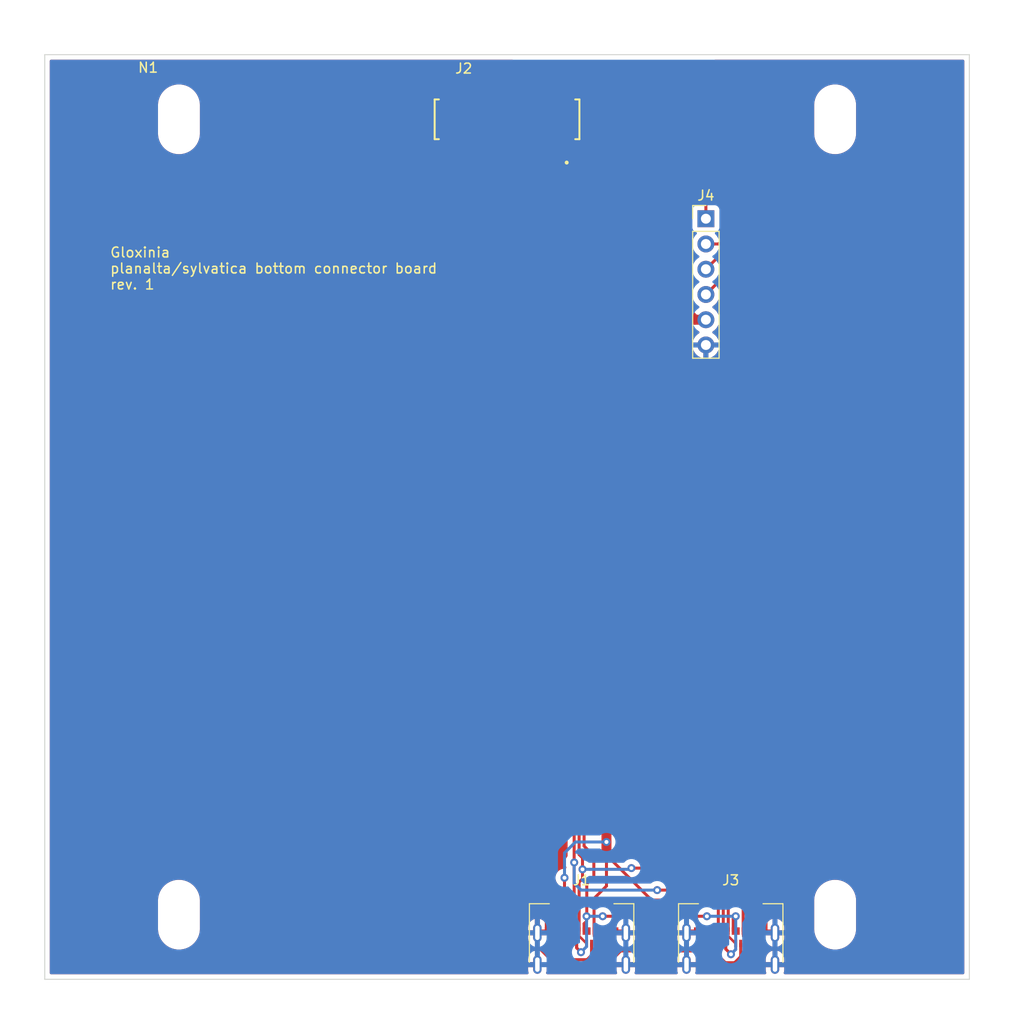
<source format=kicad_pcb>
(kicad_pcb (version 20211014) (generator pcbnew)
  (layers (0 "F.Cu" signal) (31 "B.Cu" signal) (34 "B.Paste" user) (35 "F.Paste" user) (36 "B.SilkS" user "B.Silkscreen") (37 "F.SilkS" user "F.Silkscreen") (38 "B.Mask" user) (39 "F.Mask" user) (44 "Edge.Cuts" user))
  (net 0 "")
  (net 1 "GND")
  (net 4 "VBUS")
  (net 5 "/CAN_C1")
  (net 6 "/CAN_H")
  (net 7 "/CAN_L")
  (net 13 "/CAN_C2")
  (net 17 "/~{RTS}")
  (net 18 "/~{CTS}")
  (net 19 "/TX")
  (net 20 "/RX")
  (net 21 "+3.3V")
  (footprint "custom_footprints:Enclosure-Gloxinia4" (layer "F.Cu") (at 85 85)
    (fp_text reference "N1" (at -36.1 -45.2) (layer "F.SilkS"))
    (fp_text value "Housing")
    (pad "" np_thru_hole oval (at -33 40) (size 3.2 6) (drill oval 3.2 6) (layers F&B.Cu *.Mask))
    (pad "" np_thru_hole oval (at 33 -40) (size 3.2 6) (drill oval 3.2 6) (layers F&B.Cu *.Mask))
    (pad "" np_thru_hole oval (at -33 -40) (size 3.2 6) (drill oval 3.2 6) (layers F&B.Cu *.Mask))
    (pad "" np_thru_hole oval (at 33 40) (size 3.2 6) (drill oval 3.2 6) (layers F&B.Cu *.Mask))
  )
  (footprint "samtec:SAMTEC_MMS-107-02-F-DV" (layer "F.Cu") (at 85 45)
    (fp_text reference "J2" (at -4.355 -5.111) (layer "F.SilkS"))
    (fp_text value "Conn_02x07_Odd_Even")
    (fp_line (start 7.28 -1.999) (end 6.86 -1.999) (layer "F.SilkS") (width 0.2))
    (fp_line (start -7.28 1.999) (end -6.86 1.999) (layer "F.SilkS") (width 0.2))
    (fp_line (start -6.86 -1.999) (end -7.28 -1.999) (layer "F.SilkS") (width 0.2))
    (fp_line (start -7.28 1.999) (end -7.28 -1.999) (layer "F.SilkS") (width 0.2))
    (fp_line (start 7.28 1.999) (end 7.28 -1.999) (layer "F.SilkS") (width 0.2))
    (fp_line (start 6.86 1.999) (end 7.28 1.999) (layer "F.SilkS") (width 0.2))
    (fp_circle (center 6 4.353) (end 6.1 4.353) (layer "F.SilkS") (width 0.2) (fill none))
    (pad "1" smd rect (at 6 2.654) (size 1.02 2.16) (layers "F.Cu" "F.Paste" "F.Mask") (net 4 "VBUS"))
    (pad "2" smd rect (at 6 -2.654) (size 1.02 2.16) (layers "F.Cu" "F.Paste" "F.Mask") (net 17 "/~{RTS}"))
    (pad "3" smd rect (at 4 2.654) (size 1.02 2.16) (layers "F.Cu" "F.Paste" "F.Mask") (net 6 "/CAN_H"))
    (pad "4" smd rect (at 4 -2.654) (size 1.02 2.16) (layers "F.Cu" "F.Paste" "F.Mask") (net 18 "/~{CTS}"))
    (pad "5" smd rect (at 2 2.654) (size 1.02 2.16) (layers "F.Cu" "F.Paste" "F.Mask") (net 7 "/CAN_L"))
    (pad "6" smd rect (at 2 -2.654) (size 1.02 2.16) (layers "F.Cu" "F.Paste" "F.Mask") (net 19 "/TX"))
    (pad "7" smd rect (at 0 2.654) (size 1.02 2.16) (layers "F.Cu" "F.Paste" "F.Mask") (net 5 "/CAN_C1"))
    (pad "8" smd rect (at 0 -2.654) (size 1.02 2.16) (layers "F.Cu" "F.Paste" "F.Mask") (net 20 "/RX"))
    (pad "9" smd rect (at -2 2.654) (size 1.02 2.16) (layers "F.Cu" "F.Paste" "F.Mask") (net 13 "/CAN_C2"))
    (pad "10" smd rect (at -2 -2.654) (size 1.02 2.16) (layers "F.Cu" "F.Paste" "F.Mask") (net 21 "+3.3V"))
    (pad "11" smd rect (at -4 2.654) (size 1.02 2.16) (layers "F.Cu" "F.Paste" "F.Mask") (net 1 "GND"))
    (pad "12" smd rect (at -4 -2.654) (size 1.02 2.16) (layers "F.Cu" "F.Paste" "F.Mask") (net 1 "GND"))
    (pad "13" smd rect (at -6 2.654) (size 1.02 2.16) (layers "F.Cu" "F.Paste" "F.Mask") (net 1 "GND"))
    (pad "14" smd rect (at -6 -2.654) (size 1.02 2.16) (layers "F.Cu" "F.Paste" "F.Mask") (net 1 "GND"))
  )
  (footprint "custom_footprints:USB_C_Receptacle_Amphenol_12401861XX12A" (layer "F.Cu") (at 92.5 127.9)
    (fp_text reference "J1" (at 0 -6.36) (layer "F.SilkS"))
    (fp_text value "USB_C_Receptacle")
    (fp_line (start -5.25 -4) (end -5.25 1.89) (layer "F.SilkS") (width 0.12))
    (fp_line (start 3.25 -4) (end 5.25 -4) (layer "F.SilkS") (width 0.12))
    (fp_line (start 5.25 -4) (end 5.25 1.89) (layer "F.SilkS") (width 0.12))
    (fp_line (start -5.25 -4) (end -3.25 -4) (layer "F.SilkS") (width 0.12))
    (pad "A1" smd rect locked (at -3.05 -1.25) (size 0.3 0.75) (layers "F.Cu" "F.Paste" "F.Mask") (net 1 "GND"))
    (pad "A2" smd rect locked (at -2.25 -1.25) (size 0.3 0.75) (layers "F.Cu" "F.Paste" "F.Mask"))
    (pad "A3" smd rect locked (at -1.75 -1.25) (size 0.3 0.75) (layers "F.Cu" "F.Paste" "F.Mask"))
    (pad "A4" smd rect locked (at -1.25 -1.25) (size 0.3 0.75) (layers "F.Cu" "F.Paste" "F.Mask") (net 4 "VBUS"))
    (pad "A5" smd rect locked (at -0.75 -1.25) (size 0.3 0.75) (layers "F.Cu" "F.Paste" "F.Mask") (net 5 "/CAN_C1"))
    (pad "A6" smd rect locked (at -0.25 -1.25) (size 0.3 0.75) (layers "F.Cu" "F.Paste" "F.Mask") (net 6 "/CAN_H"))
    (pad "A7" smd rect locked (at 0.25 -1.25) (size 0.3 0.75) (layers "F.Cu" "F.Paste" "F.Mask") (net 7 "/CAN_L"))
    (pad "A8" smd rect locked (at 0.75 -1.25) (size 0.3 0.75) (layers "F.Cu" "F.Paste" "F.Mask"))
    (pad "A9" smd rect locked (at 1.25 -1.25) (size 0.3 0.75) (layers "F.Cu" "F.Paste" "F.Mask") (net 4 "VBUS"))
    (pad "A10" smd rect locked (at 1.75 -1.25) (size 0.3 0.75) (layers "F.Cu" "F.Paste" "F.Mask"))
    (pad "A11" smd rect locked (at 2.25 -1.25) (size 0.3 0.75) (layers "F.Cu" "F.Paste" "F.Mask"))
    (pad "A12" smd rect locked (at 3.05 -1.25) (size 0.3 0.75) (layers "F.Cu" "F.Paste" "F.Mask") (net 1 "GND"))
    (pad "B1" smd rect locked (at 3 0) (size 0.3 0.75) (layers "F.Cu" "F.Paste" "F.Mask") (net 1 "GND"))
    (pad "B2" smd rect locked (at 2.5 0) (size 0.3 0.75) (layers "F.Cu" "F.Paste" "F.Mask"))
    (pad "B3" smd rect locked (at 2 0) (size 0.3 0.75) (layers "F.Cu" "F.Paste" "F.Mask"))
    (pad "B4" smd rect locked (at 1.5 0) (size 0.3 0.75) (layers "F.Cu" "F.Paste" "F.Mask") (net 4 "VBUS"))
    (pad "B5" smd rect locked (at 1 0) (size 0.3 0.75) (layers "F.Cu" "F.Paste" "F.Mask") (net 13 "/CAN_C2"))
    (pad "B6" smd rect locked (at 0.5 0) (size 0.3 0.75) (layers "F.Cu" "F.Paste" "F.Mask") (net 6 "/CAN_H"))
    (pad "B7" smd rect locked (at -0.5 0) (size 0.3 0.75) (layers "F.Cu" "F.Paste" "F.Mask") (net 7 "/CAN_L"))
    (pad "B8" smd rect locked (at -1 0) (size 0.3 0.75) (layers "F.Cu" "F.Paste" "F.Mask"))
    (pad "B9" smd rect locked (at -1.5 0) (size 0.3 0.75) (layers "F.Cu" "F.Paste" "F.Mask") (net 4 "VBUS"))
    (pad "B10" smd rect locked (at -2 0) (size 0.3 0.75) (layers "F.Cu" "F.Paste" "F.Mask"))
    (pad "B11" smd rect locked (at -2.5 0) (size 0.3 0.75) (layers "F.Cu" "F.Paste" "F.Mask"))
    (pad "B12" smd rect locked (at -3 0) (size 0.3 0.75) (layers "F.Cu" "F.Paste" "F.Mask") (net 1 "GND"))
    (pad "S1" thru_hole oval locked (at 4.45 -1.075) (size 0.85 1.85) (drill oval 0.45 1.45) (layers *.Cu *.Mask) (net 1 "GND"))
    (pad "S1" thru_hole oval locked (at -4.45 -1.075) (size 0.85 1.85) (drill oval 0.45 1.45) (layers *.Cu *.Mask) (net 1 "GND"))
    (pad "S1" smd rect locked (at 3.55 -1.25) (size 0.3 0.75) (layers "F.Cu" "F.Paste" "F.Mask") (net 1 "GND"))
    (pad "S1" smd rect locked (at -3.55 -1.25) (size 0.3 0.75) (layers "F.Cu" "F.Paste" "F.Mask") (net 1 "GND"))
    (pad "S1" thru_hole oval locked (at -4.45 2.125) (size 0.85 1.85) (drill oval 0.45 1.45) (layers *.Cu *.Mask) (net 1 "GND"))
    (pad "S1" thru_hole oval locked (at 4.45 2.125) (size 0.85 1.85) (drill oval 0.45 1.45) (layers *.Cu *.Mask) (net 1 "GND"))
  )
  (footprint "Connector_PinHeader_2.54mm:PinHeader_1x06_P2.54mm_Vertical" (layer "F.Cu") (at 105 55)
    (fp_text reference "J4" (at 0 -2.33) (layer "F.SilkS"))
    (fp_text value "Conn_01x06")
    (fp_line (start -1.33 0) (end -1.33 -1.33) (layer "F.SilkS") (width 0.12))
    (fp_line (start -1.33 1.27) (end 1.33 1.27) (layer "F.SilkS") (width 0.12))
    (fp_line (start -1.33 1.27) (end -1.33 14.03) (layer "F.SilkS") (width 0.12))
    (fp_line (start 1.33 1.27) (end 1.33 14.03) (layer "F.SilkS") (width 0.12))
    (fp_line (start -1.33 -1.33) (end 0 -1.33) (layer "F.SilkS") (width 0.12))
    (fp_line (start -1.33 14.03) (end 1.33 14.03) (layer "F.SilkS") (width 0.12))
    (pad "1" thru_hole rect (at 0 0) (size 1.7 1.7) (drill 1) (layers *.Cu *.Mask) (net 17 "/~{RTS}"))
    (pad "2" thru_hole oval (at 0 2.54) (size 1.7 1.7) (drill 1) (layers *.Cu *.Mask) (net 18 "/~{CTS}"))
    (pad "3" thru_hole oval (at 0 5.08) (size 1.7 1.7) (drill 1) (layers *.Cu *.Mask) (net 19 "/TX"))
    (pad "4" thru_hole oval (at 0 7.62) (size 1.7 1.7) (drill 1) (layers *.Cu *.Mask) (net 20 "/RX"))
    (pad "5" thru_hole oval (at 0 10.16) (size 1.7 1.7) (drill 1) (layers *.Cu *.Mask) (net 21 "+3.3V"))
    (pad "6" thru_hole oval (at 0 12.7) (size 1.7 1.7) (drill 1) (layers *.Cu *.Mask) (net 1 "GND"))
  )
  (footprint "custom_footprints:USB_C_Receptacle_Amphenol_12401861XX12A" (layer "F.Cu") (at 107.5 127.9)
    (fp_text reference "J3" (at 0 -6.36) (layer "F.SilkS"))
    (fp_text value "USB_C_Receptacle")
    (fp_line (start 3.25 -4) (end 5.25 -4) (layer "F.SilkS") (width 0.12))
    (fp_line (start -5.25 -4) (end -5.25 1.89) (layer "F.SilkS") (width 0.12))
    (fp_line (start -5.25 -4) (end -3.25 -4) (layer "F.SilkS") (width 0.12))
    (fp_line (start 5.25 -4) (end 5.25 1.89) (layer "F.SilkS") (width 0.12))
    (pad "A1" smd rect locked (at -3.05 -1.25) (size 0.3 0.75) (layers "F.Cu" "F.Paste" "F.Mask") (net 1 "GND"))
    (pad "A2" smd rect locked (at -2.25 -1.25) (size 0.3 0.75) (layers "F.Cu" "F.Paste" "F.Mask"))
    (pad "A3" smd rect locked (at -1.75 -1.25) (size 0.3 0.75) (layers "F.Cu" "F.Paste" "F.Mask"))
    (pad "A4" smd rect locked (at -1.25 -1.25) (size 0.3 0.75) (layers "F.Cu" "F.Paste" "F.Mask") (net 4 "VBUS"))
    (pad "A5" smd rect locked (at -0.75 -1.25) (size 0.3 0.75) (layers "F.Cu" "F.Paste" "F.Mask") (net 5 "/CAN_C1"))
    (pad "A6" smd rect locked (at -0.25 -1.25) (size 0.3 0.75) (layers "F.Cu" "F.Paste" "F.Mask") (net 6 "/CAN_H"))
    (pad "A7" smd rect locked (at 0.25 -1.25) (size 0.3 0.75) (layers "F.Cu" "F.Paste" "F.Mask") (net 7 "/CAN_L"))
    (pad "A8" smd rect locked (at 0.75 -1.25) (size 0.3 0.75) (layers "F.Cu" "F.Paste" "F.Mask"))
    (pad "A9" smd rect locked (at 1.25 -1.25) (size 0.3 0.75) (layers "F.Cu" "F.Paste" "F.Mask") (net 4 "VBUS"))
    (pad "A10" smd rect locked (at 1.75 -1.25) (size 0.3 0.75) (layers "F.Cu" "F.Paste" "F.Mask"))
    (pad "A11" smd rect locked (at 2.25 -1.25) (size 0.3 0.75) (layers "F.Cu" "F.Paste" "F.Mask"))
    (pad "A12" smd rect locked (at 3.05 -1.25) (size 0.3 0.75) (layers "F.Cu" "F.Paste" "F.Mask") (net 1 "GND"))
    (pad "B1" smd rect locked (at 3 0) (size 0.3 0.75) (layers "F.Cu" "F.Paste" "F.Mask") (net 1 "GND"))
    (pad "B2" smd rect locked (at 2.5 0) (size 0.3 0.75) (layers "F.Cu" "F.Paste" "F.Mask"))
    (pad "B3" smd rect locked (at 2 0) (size 0.3 0.75) (layers "F.Cu" "F.Paste" "F.Mask"))
    (pad "B4" smd rect locked (at 1.5 0) (size 0.3 0.75) (layers "F.Cu" "F.Paste" "F.Mask") (net 4 "VBUS"))
    (pad "B5" smd rect locked (at 1 0) (size 0.3 0.75) (layers "F.Cu" "F.Paste" "F.Mask") (net 13 "/CAN_C2"))
    (pad "B6" smd rect locked (at 0.5 0) (size 0.3 0.75) (layers "F.Cu" "F.Paste" "F.Mask") (net 6 "/CAN_H"))
    (pad "B7" smd rect locked (at -0.5 0) (size 0.3 0.75) (layers "F.Cu" "F.Paste" "F.Mask") (net 7 "/CAN_L"))
    (pad "B8" smd rect locked (at -1 0) (size 0.3 0.75) (layers "F.Cu" "F.Paste" "F.Mask"))
    (pad "B9" smd rect locked (at -1.5 0) (size 0.3 0.75) (layers "F.Cu" "F.Paste" "F.Mask") (net 4 "VBUS"))
    (pad "B10" smd rect locked (at -2 0) (size 0.3 0.75) (layers "F.Cu" "F.Paste" "F.Mask"))
    (pad "B11" smd rect locked (at -2.5 0) (size 0.3 0.75) (layers "F.Cu" "F.Paste" "F.Mask"))
    (pad "B12" smd rect locked (at -3 0) (size 0.3 0.75) (layers "F.Cu" "F.Paste" "F.Mask") (net 1 "GND"))
    (pad "S1" smd rect locked (at 3.55 -1.25) (size 0.3 0.75) (layers "F.Cu" "F.Paste" "F.Mask") (net 1 "GND"))
    (pad "S1" thru_hole oval locked (at 4.45 2.125) (size 0.85 1.85) (drill oval 0.45 1.45) (layers *.Cu *.Mask) (net 1 "GND"))
    (pad "S1" thru_hole oval locked (at -4.45 -1.075) (size 0.85 1.85) (drill oval 0.45 1.45) (layers *.Cu *.Mask) (net 1 "GND"))
    (pad "S1" smd rect locked (at -3.55 -1.25) (size 0.3 0.75) (layers "F.Cu" "F.Paste" "F.Mask") (net 1 "GND"))
    (pad "S1" thru_hole oval locked (at 4.45 -1.075) (size 0.85 1.85) (drill oval 0.45 1.45) (layers *.Cu *.Mask) (net 1 "GND"))
    (pad "S1" thru_hole oval locked (at -4.45 2.125) (size 0.85 1.85) (drill oval 0.45 1.45) (layers *.Cu *.Mask) (net 1 "GND"))
  )
  (gr_line (start 131.5 38.5) (end 131.5 131.5) (layer "Edge.Cuts") (width 0.1))
  (gr_line (start 38.5 38.5) (end 131.5 38.5) (layer "Edge.Cuts") (width 0.1))
  (gr_line (start 38.5 131.5) (end 38.5 38.5) (layer "Edge.Cuts") (width 0.1))
  (gr_line (start 131.5 131.5) (end 38.5 131.5) (layer "Edge.Cuts") (width 0.1))
  (gr_text "Gloxinia\nplanalta/sylvatica bottom connector board\nrev. 1" (at 45 60) (layer "F.SilkS") (effects (font (size 1 1)) (justify left)))
  (segment (start 95.5 126.7) (end 95.55 126.65) (width 0.3) (layer "F.Cu") (net 1))
  (segment (start 95.5 127.9) (end 95.5 126.7) (width 0.3) (layer "F.Cu") (net 1))
  (segment (start 103.95 126.65) (end 103.225 126.65) (width 0.3) (layer "F.Cu") (net 1))
  (segment (start 104.45 126.65) (end 103.95 126.65) (width 0.3) (layer "F.Cu") (net 1))
  (segment (start 104.5 127.9) (end 104.5 126.7) (width 0.3) (layer "F.Cu") (net 1))
  (segment (start 88.225 126.65) (end 88.05 126.825) (width 0.3) (layer "F.Cu") (net 1))
  (segment (start 96.775 126.65) (end 96.95 126.825) (width 0.3) (layer "F.Cu") (net 1))
  (segment (start 111.775 126.65) (end 111.95 126.825) (width 0.3) (layer "F.Cu") (net 1))
  (segment (start 89.5 127.9) (end 89.5 126.7) (width 0.3) (layer "F.Cu") (net 1))
  (segment (start 89.5 126.7) (end 89.45 126.65) (width 0.3) (layer "F.Cu") (net 1))
  (segment (start 95.55 126.65) (end 96.05 126.65) (width 0.3) (layer "F.Cu") (net 1))
  (segment (start 96.05 126.65) (end 96.775 126.65) (width 0.3) (layer "F.Cu") (net 1))
  (segment (start 103.225 126.65) (end 103.05 126.825) (width 0.3) (layer "F.Cu") (net 1))
  (segment (start 111.05 126.65) (end 111.775 126.65) (width 0.3) (layer "F.Cu") (net 1))
  (segment (start 110.55 126.65) (end 111.05 126.65) (width 0.3) (layer "F.Cu") (net 1))
  (segment (start 110.5 126.7) (end 110.55 126.65) (width 0.3) (layer "F.Cu") (net 1))
  (segment (start 110.5 127.9) (end 110.5 126.7) (width 0.3) (layer "F.Cu") (net 1))
  (segment (start 88.95 126.65) (end 88.225 126.65) (width 0.3) (layer "F.Cu") (net 1))
  (segment (start 104.5 126.7) (end 104.45 126.65) (width 0.3) (layer "F.Cu") (net 1))
  (segment (start 89.45 126.65) (end 88.95 126.65) (width 0.3) (layer "F.Cu") (net 1))
  (segment (start 95 61) (end 95 117.69) (width 1) (layer "F.Cu") (net 4))
  (segment (start 99.53 123.53) (end 95 119) (width 0.3) (layer "F.Cu") (net 4))
  (segment (start 93.75 126.65) (end 93.75 127.15) (width 0.25) (layer "F.Cu") (net 4))
  (segment (start 106 127.4) (end 106 127.9) (width 0.25) (layer "F.Cu") (net 4))
  (segment (start 91.25 122.96) (end 90.83 122.54) (width 0.3) (layer "F.Cu") (net 4))
  (segment (start 106.25 126.65) (end 106.25 127.15) (width 0.25) (layer "F.Cu") (net 4))
  (segment (start 91 47.654) (end 91 57) (width 1) (layer "F.Cu") (net 4))
  (segment (start 93.75 123.37) (end 95 122.12) (width 0.3) (layer "F.Cu") (net 4))
  (segment (start 95 122.12) (end 95 119) (width 0.3) (layer "F.Cu") (net 4))
  (segment (start 91.25 126.65) (end 91.25 127.15) (width 0.25) (layer "F.Cu") (net 4))
  (segment (start 109 127.4) (end 109 127.9) (width 0.25) (layer "F.Cu") (net 4))
  (segment (start 108.75 120.13) (end 107.62 119) (width 0.3) (layer "F.Cu") (net 4))
  (segment (start 91.25 126.65) (end 91.25 122.96) (width 0.3) (layer "F.Cu") (net 4))
  (segment (start 91 57) (end 94 60) (width 1) (layer "F.Cu") (net 4))
  (segment (start 93.75 126.65) (end 93.75 123.37) (width 0.3) (layer "F.Cu") (net 4))
  (segment (start 108.75 127.15) (end 109 127.4) (width 0.25) (layer "F.Cu") (net 4))
  (segment (start 94 60) (end 95 61) (width 1) (layer "F.Cu") (net 4))
  (segment (start 94 127.4) (end 94 127.9) (width 0.25) (layer "F.Cu") (net 4))
  (segment (start 95 117.69) (end 95 119) (width 1) (layer "F.Cu") (net 4))
  (segment (start 106.25 124.26) (end 105.52 123.53) (width 0.3) (layer "F.Cu") (net 4))
  (segment (start 106.25 127.15) (end 106 127.4) (width 0.25) (layer "F.Cu") (net 4))
  (segment (start 91 127.4) (end 91 127.9) (width 0.25) (layer "F.Cu") (net 4))
  (segment (start 108.75 126.65) (end 108.75 127.15) (width 0.25) (layer "F.Cu") (net 4))
  (segment (start 105.52 123.53) (end 99.53 123.53) (width 0.3) (layer "F.Cu") (net 4))
  (segment (start 90.78 122.49) (end 90.78 121.29) (width 0.3) (layer "F.Cu") (net 4))
  (segment (start 107.62 119) (end 95 119) (width 0.3) (layer "F.Cu") (net 4))
  (segment (start 91.25 127.15) (end 91 127.4) (width 0.25) (layer "F.Cu") (net 4))
  (segment (start 90.83 122.54) (end 90.78 122.49) (width 0.3) (layer "F.Cu") (net 4))
  (segment (start 106.25 126.65) (end 106.25 124.26) (width 0.3) (layer "F.Cu") (net 4))
  (segment (start 108.75 126.65) (end 108.75 120.13) (width 0.3) (layer "F.Cu") (net 4))
  (segment (start 93.75 127.15) (end 94 127.4) (width 0.25) (layer "F.Cu") (net 4))
  (via (at 90.78 121.29) (size 0.8) (drill 0.4) (layers "F.Cu" "B.Cu") (net 4))
  (via (at 95 117.69) (size 0.8) (drill 0.4) (layers "F.Cu" "B.Cu") (net 4))
  (segment (start 91.88 117.69) (end 95 117.69) (width 0.3) (layer "B.Cu") (net 4))
  (segment (start 90.78 118.79) (end 91.88 117.69) (width 0.3) (layer "B.Cu") (net 4))
  (segment (start 90.78 121.29) (end 90.78 118.79) (width 0.3) (layer "B.Cu") (net 4))
  (segment (start 91.75 62.8) (end 85 56.05) (width 0.3) (layer "F.Cu") (net 5))
  (segment (start 105.227106 122.53) (end 100.1 122.53) (width 0.3) (layer "F.Cu") (net 5))
  (segment (start 106.75 124.052894) (end 105.227106 122.53) (width 0.3) (layer "F.Cu") (net 5))
  (segment (start 106.75 126.65) (end 106.75 124.052894) (width 0.3) (layer "F.Cu") (net 5))
  (segment (start 91.75 126.65) (end 91.75 62.8) (width 0.3) (layer "F.Cu") (net 5))
  (segment (start 85 56.05) (end 85 47.654) (width 0.3) (layer "F.Cu") (net 5))
  (via (at 91.754977 119.7495) (size 0.8) (drill 0.4) (layers "F.Cu" "B.Cu") (net 5))
  (via (at 100.1 122.53) (size 0.8) (drill 0.4) (layers "F.Cu" "B.Cu") (net 5))
  (segment (start 100.1 122.53) (end 92.45 122.53) (width 0.3) (layer "B.Cu") (net 5))
  (segment (start 92.45 122.53) (end 91.75 121.83) (width 0.3) (layer "B.Cu") (net 5))
  (segment (start 91.75 121.83) (end 91.75 119.754477) (width 0.3) (layer "B.Cu") (net 5))
  (segment (start 91.75 119.754477) (end 91.754977 119.7495) (width 0.3) (layer "B.Cu") (net 5))
  (segment (start 92.59 119.29) (end 92.59 120.44) (width 0.3) (layer "F.Cu") (net 6))
  (segment (start 92.25 127.15) (end 93 127.9) (width 0.25) (layer "F.Cu") (net 6))
  (segment (start 89 58.2) (end 89 47.654) (width 0.3) (layer "F.Cu") (net 6))
  (segment (start 92.25 126.65) (end 92.25 121.73) (width 0.3) (layer "F.Cu") (net 6))
  (segment (start 107.25 121.18) (end 106.39 120.32) (width 0.3) (layer "F.Cu") (net 6))
  (segment (start 92.25 61.45) (end 89 58.2) (width 0.3) (layer "F.Cu") (net 6))
  (segment (start 92.25 126.65) (end 92.25 127.15) (width 0.25) (layer "F.Cu") (net 6))
  (segment (start 107.99 127.9) (end 108 127.9) (width 0.25) (layer "F.Cu") (net 6))
  (segment (start 92.59 121.39) (end 92.25 121.73) (width 0.3) (layer "F.Cu") (net 6))
  (segment (start 106.39 120.32) (end 97.5145 120.32) (width 0.3) (layer "F.Cu") (net 6))
  (segment (start 107.25 126.65) (end 107.25 121.18) (width 0.3) (layer "F.Cu") (net 6))
  (segment (start 97.5145 120.32) (end 97.51 120.3155) (width 0.3) (layer "F.Cu") (net 6))
  (segment (start 92.59 120.44) (end 92.59 121.39) (width 0.3) (layer "F.Cu") (net 6))
  (segment (start 92.25 118.41) (end 92.25 118.95) (width 0.3) (layer "F.Cu") (net 6))
  (segment (start 107.25 127.16) (end 107.99 127.9) (width 0.25) (layer "F.Cu") (net 6))
  (segment (start 92.25 118.95) (end 92.59 119.29) (width 0.3) (layer "F.Cu") (net 6))
  (segment (start 107.25 126.65) (end 107.25 127.16) (width 0.25) (layer "F.Cu") (net 6))
  (segment (start 92.25 118.41) (end 92.25 61.45) (width 0.3) (layer "F.Cu") (net 6))
  (via (at 97.51 120.3155) (size 0.8) (drill 0.4) (layers "F.Cu" "B.Cu") (net 6))
  (via (at 92.59 120.44) (size 0.8) (drill 0.4) (layers "F.Cu" "B.Cu") (net 6))
  (segment (start 97.3855 120.44) (end 93.31 120.44) (width 0.3) (layer "B.Cu") (net 6))
  (segment (start 97.51 120.3155) (end 97.3855 120.44) (width 0.3) (layer "B.Cu") (net 6))
  (segment (start 93.31 120.44) (end 92.59 120.44) (width 0.3) (layer "B.Cu") (net 6))
  (segment (start 92.9995 125.16) (end 93.02 125.1395) (width 0.3) (layer "F.Cu") (net 7))
  (segment (start 94.62 125.16) (end 105.1 125.16) (width 0.3) (layer "F.Cu") (net 7))
  (segment (start 92.75 118.1) (end 92.75 61.175) (width 0.3) (layer "F.Cu") (net 7))
  (segment (start 92.75 61.175) (end 90 58.425) (width 0.3) (layer "F.Cu") (net 7))
  (segment (start 107.75 126.65) (end 107.75 125.4105) (width 0.3) (layer "F.Cu") (net 7))
  (segment (start 93.73 121.19) (end 93.73 119.08) (width 0.3) (layer "F.Cu") (net 7))
  (segment (start 107 128.46) (end 107.52 128.98) (width 0.3) (layer "F.Cu") (net 7))
  (segment (start 92 127.9) (end 92 128.339515) (width 0.3) (layer "F.Cu") (net 7))
  (segment (start 87.45 45.875) (end 87 46.325) (width 0.3) (layer "F.Cu") (net 7))
  (segment (start 107 127.9) (end 107 128.46) (width 0.3) (layer "F.Cu") (net 7))
  (segment (start 107.75 125.4105) (end 108.0005 125.16) (width 0.3) (layer "F.Cu") (net 7))
  (segment (start 92.9995 125.6605) (end 92.9995 125.16) (width 0.3) (layer "F.Cu") (net 7))
  (segment (start 90 46.55) (end 89.325 45.875) (width 0.3) (layer "F.Cu") (net 7))
  (segment (start 92 128.339515) (end 92.435985 128.7755) (width 0.3) (layer "F.Cu") (net 7))
  (segment (start 93.02 125.1395) (end 93.02 121.9) (width 0.3) (layer "F.Cu") (net 7))
  (segment (start 92.75 126.65) (end 92.75 125.91) (width 0.3) (layer "F.Cu") (net 7))
  (segment (start 90 58.425) (end 90 46.55) (width 0.3) (layer "F.Cu") (net 7))
  (segment (start 92.75 125.91) (end 92.9995 125.6605) (width 0.3) (layer "F.Cu") (net 7))
  (segment (start 87 46.325) (end 87 47.654) (width 0.3) (layer "F.Cu") (net 7))
  (segment (start 93.73 119.08) (end 92.75 118.1) (width 0.3) (layer "F.Cu") (net 7))
  (segment (start 89.325 45.875) (end 87.45 45.875) (width 0.3) (layer "F.Cu") (net 7))
  (segment (start 93.02 121.9) (end 93.73 121.19) (width 0.3) (layer "F.Cu") (net 7))
  (via (at 105.1 125.16) (size 0.8) (drill 0.4) (layers "F.Cu" "B.Cu") (net 7))
  (via (at 108.0005 125.16) (size 0.8) (drill 0.4) (layers "F.Cu" "B.Cu") (net 7))
  (via (at 94.62 125.16) (size 0.8) (drill 0.4) (layers "F.Cu" "B.Cu") (net 7))
  (via (at 107.52 128.98) (size 0.8) (drill 0.4) (layers "F.Cu" "B.Cu") (net 7))
  (via (at 92.435985 128.7755) (size 0.8) (drill 0.4) (layers "F.Cu" "B.Cu") (net 7))
  (via (at 92.9995 125.16) (size 0.8) (drill 0.4) (layers "F.Cu" "B.Cu") (net 7))
  (segment (start 108.0005 125.16) (end 108.0005 128.4995) (width 0.3) (layer "B.Cu") (net 7))
  (segment (start 92.9995 128.211985) (end 92.435985 128.7755) (width 0.3) (layer "B.Cu") (net 7))
  (segment (start 92.9995 125.16) (end 92.9995 128.211985) (width 0.3) (layer "B.Cu") (net 7))
  (segment (start 108.0005 128.4995) (end 107.52 128.98) (width 0.3) (layer "B.Cu") (net 7))
  (segment (start 92.9995 125.16) (end 94.62 125.16) (width 0.3) (layer "B.Cu") (net 7))
  (segment (start 105.1 125.16) (end 108.0005 125.16) (width 0.3) (layer "B.Cu") (net 7))
  (segment (start 88.375 128.5) (end 85.025 128.5) (width 0.3) (layer "F.Cu") (net 13))
  (segment (start 107.89 129.83) (end 108.5 129.22) (width 0.3) (layer "F.Cu") (net 13))
  (segment (start 89.4 129.525) (end 88.375 128.5) (width 0.3) (layer "F.Cu") (net 13))
  (segment (start 108.5 129.22) (end 108.5 127.9) (width 0.3) (layer "F.Cu") (net 13))
  (segment (start 93.05 129.525) (end 89.4 129.525) (width 0.3) (layer "F.Cu") (net 13))
  (segment (start 93.5 129.075) (end 93.05 129.525) (width 0.3) (layer "F.Cu") (net 13))
  (segment (start 96.005 129.075) (end 96.43 128.65) (width 0.3) (layer "F.Cu") (net 13))
  (segment (start 106.96 129.83) (end 107.89 129.83) (width 0.3) (layer "F.Cu") (net 13))
  (segment (start 105.78 128.65) (end 106.96 129.83) (width 0.3) (layer "F.Cu") (net 13))
  (segment (start 83 126.475) (end 83 47.654) (width 0.3) (layer "F.Cu") (net 13))
  (segment (start 93.5 129.075) (end 96.005 129.075) (width 0.3) (layer "F.Cu") (net 13))
  (segment (start 96.43 128.65) (end 105.78 128.65) (width 0.3) (layer "F.Cu") (net 13))
  (segment (start 93.5 127.9) (end 93.5 129.075) (width 0.3) (layer "F.Cu") (net 13))
  (segment (start 85.025 128.5) (end 83 126.475) (width 0.3) (layer "F.Cu") (net 13))
  (segment (start 105 55) (end 105 45.175) (width 0.3) (layer "F.Cu") (net 17))
  (segment (start 102.171 42.346) (end 91 42.346) (width 0.3) (layer "F.Cu") (net 17))
  (segment (start 105 45.175) (end 102.171 42.346) (width 0.3) (layer "F.Cu") (net 17))
  (segment (start 89 41.075) (end 89 42.346) (width 0.3) (layer "F.Cu") (net 18))
  (segment (start 107.45 43.175) (end 105 40.725) (width 0.3) (layer "F.Cu") (net 18))
  (segment (start 106.26 57.54) (end 107.45 56.35) (width 0.3) (layer "F.Cu") (net 18))
  (segment (start 105 40.725) (end 89.35 40.725) (width 0.3) (layer "F.Cu") (net 18))
  (segment (start 105 57.54) (end 106.26 57.54) (width 0.3) (layer "F.Cu") (net 18))
  (segment (start 89.35 40.725) (end 89 41.075) (width 0.3) (layer "F.Cu") (net 18))
  (segment (start 107.45 56.35) (end 107.45 43.175) (width 0.3) (layer "F.Cu") (net 18))
  (segment (start 87.675 40.225) (end 105.207107 40.225) (width 0.3) (layer "F.Cu") (net 19))
  (segment (start 107.95 57.13) (end 105 60.08) (width 0.3) (layer "F.Cu") (net 19))
  (segment (start 105.207107 40.225) (end 107.95 42.967893) (width 0.3) (layer "F.Cu") (net 19))
  (segment (start 107.95 42.967893) (end 107.95 57.13) (width 0.3) (layer "F.Cu") (net 19))
  (segment (start 87 40.9) (end 87.675 40.225) (width 0.3) (layer "F.Cu") (net 19))
  (segment (start 87 42.346) (end 87 40.9) (width 0.3) (layer "F.Cu") (net 19))
  (segment (start 108.45 42.75) (end 105.4 39.7) (width 0.3) (layer "F.Cu") (net 20))
  (segment (start 85 40.775) (end 85 42.346) (width 0.3) (layer "F.Cu") (net 20))
  (segment (start 105 62.62) (end 108.45 59.17) (width 0.3) (layer "F.Cu") (net 20))
  (segment (start 108.45 59.17) (end 108.45 42.75) (width 0.3) (layer "F.Cu") (net 20))
  (segment (start 86.075 39.7) (end 85 40.775) (width 0.3) (layer "F.Cu") (net 20))
  (segment (start 105.4 39.7) (end 86.075 39.7) (width 0.3) (layer "F.Cu") (net 20))
  (segment (start 83.875 44.525) (end 83 43.65) (width 1) (layer "F.Cu") (net 21))
  (segment (start 83 43.65) (end 83 42.346) (width 1) (layer "F.Cu") (net 21))
  (segment (start 103.885 65.16) (end 101.7 62.975) (width 1) (layer "F.Cu") (net 21))
  (segment (start 101.7 46.7) (end 99.525 44.525) (width 1) (layer "F.Cu") (net 21))
  (segment (start 99.525 44.525) (end 83.875 44.525) (width 1) (layer "F.Cu") (net 21))
  (segment (start 101.7 62.975) (end 101.7 46.7) (width 1) (layer "F.Cu") (net 21))
  (segment (start 105 65.16) (end 103.885 65.16) (width 1) (layer "F.Cu") (net 21))
  (zone (net 1) (net_name "GND") (layer "F.Cu") (connect_pads (clearance 0.508)) (min_thickness 0.254) (fill yes (thermal_gap 0.508) (thermal_bridge_width 0.508))
    (polygon (pts (xy 135 134) (xy 36 134) (xy 36 35) (xy 135 35)))
  )
  (zone (net 1) (net_name "GND") (layer "B.Cu") (connect_pads (clearance 0.508)) (min_thickness 0.254) (fill yes (thermal_gap 0.508) (thermal_bridge_width 0.508))
    (polygon (pts (xy 137 136) (xy 34 136) (xy 34 33) (xy 137 33)))
  )
)
</source>
